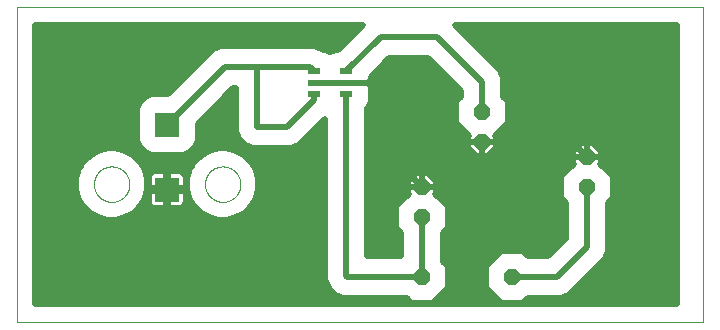
<source format=gtl>
G75*
%MOIN*%
%OFA0B0*%
%FSLAX25Y25*%
%IPPOS*%
%LPD*%
%AMOC8*
5,1,8,0,0,1.08239X$1,22.5*
%
%ADD10C,0.00000*%
%ADD11OC8,0.05200*%
%ADD12R,0.08268X0.08268*%
%ADD13R,0.04331X0.02362*%
%ADD14C,0.02000*%
%ADD15C,0.02978*%
D10*
X0001000Y0001000D02*
X0001000Y0105961D01*
X0229701Y0105961D01*
X0229701Y0001000D01*
X0001000Y0001000D01*
X0026590Y0046984D02*
X0026592Y0047137D01*
X0026598Y0047291D01*
X0026608Y0047444D01*
X0026622Y0047596D01*
X0026640Y0047749D01*
X0026662Y0047900D01*
X0026687Y0048051D01*
X0026717Y0048202D01*
X0026751Y0048352D01*
X0026788Y0048500D01*
X0026829Y0048648D01*
X0026874Y0048794D01*
X0026923Y0048940D01*
X0026976Y0049084D01*
X0027032Y0049226D01*
X0027092Y0049367D01*
X0027156Y0049507D01*
X0027223Y0049645D01*
X0027294Y0049781D01*
X0027369Y0049915D01*
X0027446Y0050047D01*
X0027528Y0050177D01*
X0027612Y0050305D01*
X0027700Y0050431D01*
X0027791Y0050554D01*
X0027885Y0050675D01*
X0027983Y0050793D01*
X0028083Y0050909D01*
X0028187Y0051022D01*
X0028293Y0051133D01*
X0028402Y0051241D01*
X0028514Y0051346D01*
X0028628Y0051447D01*
X0028746Y0051546D01*
X0028865Y0051642D01*
X0028987Y0051735D01*
X0029112Y0051824D01*
X0029239Y0051911D01*
X0029368Y0051993D01*
X0029499Y0052073D01*
X0029632Y0052149D01*
X0029767Y0052222D01*
X0029904Y0052291D01*
X0030043Y0052356D01*
X0030183Y0052418D01*
X0030325Y0052476D01*
X0030468Y0052531D01*
X0030613Y0052582D01*
X0030759Y0052629D01*
X0030906Y0052672D01*
X0031054Y0052711D01*
X0031203Y0052747D01*
X0031353Y0052778D01*
X0031504Y0052806D01*
X0031655Y0052830D01*
X0031808Y0052850D01*
X0031960Y0052866D01*
X0032113Y0052878D01*
X0032266Y0052886D01*
X0032419Y0052890D01*
X0032573Y0052890D01*
X0032726Y0052886D01*
X0032879Y0052878D01*
X0033032Y0052866D01*
X0033184Y0052850D01*
X0033337Y0052830D01*
X0033488Y0052806D01*
X0033639Y0052778D01*
X0033789Y0052747D01*
X0033938Y0052711D01*
X0034086Y0052672D01*
X0034233Y0052629D01*
X0034379Y0052582D01*
X0034524Y0052531D01*
X0034667Y0052476D01*
X0034809Y0052418D01*
X0034949Y0052356D01*
X0035088Y0052291D01*
X0035225Y0052222D01*
X0035360Y0052149D01*
X0035493Y0052073D01*
X0035624Y0051993D01*
X0035753Y0051911D01*
X0035880Y0051824D01*
X0036005Y0051735D01*
X0036127Y0051642D01*
X0036246Y0051546D01*
X0036364Y0051447D01*
X0036478Y0051346D01*
X0036590Y0051241D01*
X0036699Y0051133D01*
X0036805Y0051022D01*
X0036909Y0050909D01*
X0037009Y0050793D01*
X0037107Y0050675D01*
X0037201Y0050554D01*
X0037292Y0050431D01*
X0037380Y0050305D01*
X0037464Y0050177D01*
X0037546Y0050047D01*
X0037623Y0049915D01*
X0037698Y0049781D01*
X0037769Y0049645D01*
X0037836Y0049507D01*
X0037900Y0049367D01*
X0037960Y0049226D01*
X0038016Y0049084D01*
X0038069Y0048940D01*
X0038118Y0048794D01*
X0038163Y0048648D01*
X0038204Y0048500D01*
X0038241Y0048352D01*
X0038275Y0048202D01*
X0038305Y0048051D01*
X0038330Y0047900D01*
X0038352Y0047749D01*
X0038370Y0047596D01*
X0038384Y0047444D01*
X0038394Y0047291D01*
X0038400Y0047137D01*
X0038402Y0046984D01*
X0038400Y0046831D01*
X0038394Y0046677D01*
X0038384Y0046524D01*
X0038370Y0046372D01*
X0038352Y0046219D01*
X0038330Y0046068D01*
X0038305Y0045917D01*
X0038275Y0045766D01*
X0038241Y0045616D01*
X0038204Y0045468D01*
X0038163Y0045320D01*
X0038118Y0045174D01*
X0038069Y0045028D01*
X0038016Y0044884D01*
X0037960Y0044742D01*
X0037900Y0044601D01*
X0037836Y0044461D01*
X0037769Y0044323D01*
X0037698Y0044187D01*
X0037623Y0044053D01*
X0037546Y0043921D01*
X0037464Y0043791D01*
X0037380Y0043663D01*
X0037292Y0043537D01*
X0037201Y0043414D01*
X0037107Y0043293D01*
X0037009Y0043175D01*
X0036909Y0043059D01*
X0036805Y0042946D01*
X0036699Y0042835D01*
X0036590Y0042727D01*
X0036478Y0042622D01*
X0036364Y0042521D01*
X0036246Y0042422D01*
X0036127Y0042326D01*
X0036005Y0042233D01*
X0035880Y0042144D01*
X0035753Y0042057D01*
X0035624Y0041975D01*
X0035493Y0041895D01*
X0035360Y0041819D01*
X0035225Y0041746D01*
X0035088Y0041677D01*
X0034949Y0041612D01*
X0034809Y0041550D01*
X0034667Y0041492D01*
X0034524Y0041437D01*
X0034379Y0041386D01*
X0034233Y0041339D01*
X0034086Y0041296D01*
X0033938Y0041257D01*
X0033789Y0041221D01*
X0033639Y0041190D01*
X0033488Y0041162D01*
X0033337Y0041138D01*
X0033184Y0041118D01*
X0033032Y0041102D01*
X0032879Y0041090D01*
X0032726Y0041082D01*
X0032573Y0041078D01*
X0032419Y0041078D01*
X0032266Y0041082D01*
X0032113Y0041090D01*
X0031960Y0041102D01*
X0031808Y0041118D01*
X0031655Y0041138D01*
X0031504Y0041162D01*
X0031353Y0041190D01*
X0031203Y0041221D01*
X0031054Y0041257D01*
X0030906Y0041296D01*
X0030759Y0041339D01*
X0030613Y0041386D01*
X0030468Y0041437D01*
X0030325Y0041492D01*
X0030183Y0041550D01*
X0030043Y0041612D01*
X0029904Y0041677D01*
X0029767Y0041746D01*
X0029632Y0041819D01*
X0029499Y0041895D01*
X0029368Y0041975D01*
X0029239Y0042057D01*
X0029112Y0042144D01*
X0028987Y0042233D01*
X0028865Y0042326D01*
X0028746Y0042422D01*
X0028628Y0042521D01*
X0028514Y0042622D01*
X0028402Y0042727D01*
X0028293Y0042835D01*
X0028187Y0042946D01*
X0028083Y0043059D01*
X0027983Y0043175D01*
X0027885Y0043293D01*
X0027791Y0043414D01*
X0027700Y0043537D01*
X0027612Y0043663D01*
X0027528Y0043791D01*
X0027446Y0043921D01*
X0027369Y0044053D01*
X0027294Y0044187D01*
X0027223Y0044323D01*
X0027156Y0044461D01*
X0027092Y0044601D01*
X0027032Y0044742D01*
X0026976Y0044884D01*
X0026923Y0045028D01*
X0026874Y0045174D01*
X0026829Y0045320D01*
X0026788Y0045468D01*
X0026751Y0045616D01*
X0026717Y0045766D01*
X0026687Y0045917D01*
X0026662Y0046068D01*
X0026640Y0046219D01*
X0026622Y0046372D01*
X0026608Y0046524D01*
X0026598Y0046677D01*
X0026592Y0046831D01*
X0026590Y0046984D01*
X0063598Y0046984D02*
X0063600Y0047137D01*
X0063606Y0047291D01*
X0063616Y0047444D01*
X0063630Y0047596D01*
X0063648Y0047749D01*
X0063670Y0047900D01*
X0063695Y0048051D01*
X0063725Y0048202D01*
X0063759Y0048352D01*
X0063796Y0048500D01*
X0063837Y0048648D01*
X0063882Y0048794D01*
X0063931Y0048940D01*
X0063984Y0049084D01*
X0064040Y0049226D01*
X0064100Y0049367D01*
X0064164Y0049507D01*
X0064231Y0049645D01*
X0064302Y0049781D01*
X0064377Y0049915D01*
X0064454Y0050047D01*
X0064536Y0050177D01*
X0064620Y0050305D01*
X0064708Y0050431D01*
X0064799Y0050554D01*
X0064893Y0050675D01*
X0064991Y0050793D01*
X0065091Y0050909D01*
X0065195Y0051022D01*
X0065301Y0051133D01*
X0065410Y0051241D01*
X0065522Y0051346D01*
X0065636Y0051447D01*
X0065754Y0051546D01*
X0065873Y0051642D01*
X0065995Y0051735D01*
X0066120Y0051824D01*
X0066247Y0051911D01*
X0066376Y0051993D01*
X0066507Y0052073D01*
X0066640Y0052149D01*
X0066775Y0052222D01*
X0066912Y0052291D01*
X0067051Y0052356D01*
X0067191Y0052418D01*
X0067333Y0052476D01*
X0067476Y0052531D01*
X0067621Y0052582D01*
X0067767Y0052629D01*
X0067914Y0052672D01*
X0068062Y0052711D01*
X0068211Y0052747D01*
X0068361Y0052778D01*
X0068512Y0052806D01*
X0068663Y0052830D01*
X0068816Y0052850D01*
X0068968Y0052866D01*
X0069121Y0052878D01*
X0069274Y0052886D01*
X0069427Y0052890D01*
X0069581Y0052890D01*
X0069734Y0052886D01*
X0069887Y0052878D01*
X0070040Y0052866D01*
X0070192Y0052850D01*
X0070345Y0052830D01*
X0070496Y0052806D01*
X0070647Y0052778D01*
X0070797Y0052747D01*
X0070946Y0052711D01*
X0071094Y0052672D01*
X0071241Y0052629D01*
X0071387Y0052582D01*
X0071532Y0052531D01*
X0071675Y0052476D01*
X0071817Y0052418D01*
X0071957Y0052356D01*
X0072096Y0052291D01*
X0072233Y0052222D01*
X0072368Y0052149D01*
X0072501Y0052073D01*
X0072632Y0051993D01*
X0072761Y0051911D01*
X0072888Y0051824D01*
X0073013Y0051735D01*
X0073135Y0051642D01*
X0073254Y0051546D01*
X0073372Y0051447D01*
X0073486Y0051346D01*
X0073598Y0051241D01*
X0073707Y0051133D01*
X0073813Y0051022D01*
X0073917Y0050909D01*
X0074017Y0050793D01*
X0074115Y0050675D01*
X0074209Y0050554D01*
X0074300Y0050431D01*
X0074388Y0050305D01*
X0074472Y0050177D01*
X0074554Y0050047D01*
X0074631Y0049915D01*
X0074706Y0049781D01*
X0074777Y0049645D01*
X0074844Y0049507D01*
X0074908Y0049367D01*
X0074968Y0049226D01*
X0075024Y0049084D01*
X0075077Y0048940D01*
X0075126Y0048794D01*
X0075171Y0048648D01*
X0075212Y0048500D01*
X0075249Y0048352D01*
X0075283Y0048202D01*
X0075313Y0048051D01*
X0075338Y0047900D01*
X0075360Y0047749D01*
X0075378Y0047596D01*
X0075392Y0047444D01*
X0075402Y0047291D01*
X0075408Y0047137D01*
X0075410Y0046984D01*
X0075408Y0046831D01*
X0075402Y0046677D01*
X0075392Y0046524D01*
X0075378Y0046372D01*
X0075360Y0046219D01*
X0075338Y0046068D01*
X0075313Y0045917D01*
X0075283Y0045766D01*
X0075249Y0045616D01*
X0075212Y0045468D01*
X0075171Y0045320D01*
X0075126Y0045174D01*
X0075077Y0045028D01*
X0075024Y0044884D01*
X0074968Y0044742D01*
X0074908Y0044601D01*
X0074844Y0044461D01*
X0074777Y0044323D01*
X0074706Y0044187D01*
X0074631Y0044053D01*
X0074554Y0043921D01*
X0074472Y0043791D01*
X0074388Y0043663D01*
X0074300Y0043537D01*
X0074209Y0043414D01*
X0074115Y0043293D01*
X0074017Y0043175D01*
X0073917Y0043059D01*
X0073813Y0042946D01*
X0073707Y0042835D01*
X0073598Y0042727D01*
X0073486Y0042622D01*
X0073372Y0042521D01*
X0073254Y0042422D01*
X0073135Y0042326D01*
X0073013Y0042233D01*
X0072888Y0042144D01*
X0072761Y0042057D01*
X0072632Y0041975D01*
X0072501Y0041895D01*
X0072368Y0041819D01*
X0072233Y0041746D01*
X0072096Y0041677D01*
X0071957Y0041612D01*
X0071817Y0041550D01*
X0071675Y0041492D01*
X0071532Y0041437D01*
X0071387Y0041386D01*
X0071241Y0041339D01*
X0071094Y0041296D01*
X0070946Y0041257D01*
X0070797Y0041221D01*
X0070647Y0041190D01*
X0070496Y0041162D01*
X0070345Y0041138D01*
X0070192Y0041118D01*
X0070040Y0041102D01*
X0069887Y0041090D01*
X0069734Y0041082D01*
X0069581Y0041078D01*
X0069427Y0041078D01*
X0069274Y0041082D01*
X0069121Y0041090D01*
X0068968Y0041102D01*
X0068816Y0041118D01*
X0068663Y0041138D01*
X0068512Y0041162D01*
X0068361Y0041190D01*
X0068211Y0041221D01*
X0068062Y0041257D01*
X0067914Y0041296D01*
X0067767Y0041339D01*
X0067621Y0041386D01*
X0067476Y0041437D01*
X0067333Y0041492D01*
X0067191Y0041550D01*
X0067051Y0041612D01*
X0066912Y0041677D01*
X0066775Y0041746D01*
X0066640Y0041819D01*
X0066507Y0041895D01*
X0066376Y0041975D01*
X0066247Y0042057D01*
X0066120Y0042144D01*
X0065995Y0042233D01*
X0065873Y0042326D01*
X0065754Y0042422D01*
X0065636Y0042521D01*
X0065522Y0042622D01*
X0065410Y0042727D01*
X0065301Y0042835D01*
X0065195Y0042946D01*
X0065091Y0043059D01*
X0064991Y0043175D01*
X0064893Y0043293D01*
X0064799Y0043414D01*
X0064708Y0043537D01*
X0064620Y0043663D01*
X0064536Y0043791D01*
X0064454Y0043921D01*
X0064377Y0044053D01*
X0064302Y0044187D01*
X0064231Y0044323D01*
X0064164Y0044461D01*
X0064100Y0044601D01*
X0064040Y0044742D01*
X0063984Y0044884D01*
X0063931Y0045028D01*
X0063882Y0045174D01*
X0063837Y0045320D01*
X0063796Y0045468D01*
X0063759Y0045616D01*
X0063725Y0045766D01*
X0063695Y0045917D01*
X0063670Y0046068D01*
X0063648Y0046219D01*
X0063630Y0046372D01*
X0063616Y0046524D01*
X0063606Y0046677D01*
X0063600Y0046831D01*
X0063598Y0046984D01*
D11*
X0136000Y0046000D03*
X0136000Y0036000D03*
X0136000Y0016000D03*
X0166000Y0016000D03*
X0191000Y0046000D03*
X0191000Y0056000D03*
X0156000Y0061000D03*
X0156000Y0071000D03*
D12*
X0051000Y0066827D03*
X0051000Y0045173D03*
D13*
X0100094Y0077063D03*
X0100094Y0080803D03*
X0100094Y0084543D03*
X0110724Y0084543D03*
X0110724Y0077063D03*
D14*
X0110724Y0016276D01*
X0111000Y0016000D01*
X0136000Y0016000D01*
X0136000Y0036000D01*
X0127400Y0036832D02*
X0117724Y0036832D01*
X0117724Y0038830D02*
X0127400Y0038830D01*
X0127400Y0039562D02*
X0127400Y0032438D01*
X0129000Y0030838D01*
X0129000Y0023000D01*
X0117724Y0023000D01*
X0117724Y0072231D01*
X0117976Y0072483D01*
X0118890Y0074688D01*
X0118890Y0079438D01*
X0118324Y0080803D01*
X0118890Y0082169D01*
X0118890Y0082809D01*
X0125081Y0089000D01*
X0138101Y0089000D01*
X0149000Y0078101D01*
X0149000Y0076162D01*
X0147400Y0074562D01*
X0147400Y0067438D01*
X0151666Y0063172D01*
X0151400Y0062905D01*
X0151400Y0061000D01*
X0156000Y0061000D01*
X0131000Y0061000D01*
X0131000Y0051000D01*
X0136000Y0046000D01*
X0140600Y0046000D01*
X0140600Y0047905D01*
X0137905Y0050600D01*
X0136000Y0050600D01*
X0136000Y0046000D01*
X0136000Y0046000D01*
X0136000Y0046000D01*
X0140600Y0046000D01*
X0140600Y0044095D01*
X0140334Y0043828D01*
X0144600Y0039562D01*
X0144600Y0032438D01*
X0143000Y0030838D01*
X0143000Y0021162D01*
X0144600Y0019562D01*
X0144600Y0012438D01*
X0139562Y0007400D01*
X0132438Y0007400D01*
X0130838Y0009000D01*
X0109608Y0009000D01*
X0107035Y0010066D01*
X0106759Y0010341D01*
X0104790Y0012310D01*
X0103724Y0014883D01*
X0103724Y0068825D01*
X0094965Y0060066D01*
X0092392Y0059000D01*
X0079608Y0059000D01*
X0077035Y0060066D01*
X0075066Y0062035D01*
X0074000Y0064608D01*
X0074000Y0079000D01*
X0073073Y0079000D01*
X0061134Y0067061D01*
X0061134Y0061499D01*
X0060220Y0059294D01*
X0058533Y0057606D01*
X0056327Y0056693D01*
X0045673Y0056693D01*
X0043467Y0057606D01*
X0041780Y0059294D01*
X0040866Y0061499D01*
X0040866Y0072154D01*
X0041780Y0074359D01*
X0043467Y0076047D01*
X0045673Y0076961D01*
X0051234Y0076961D01*
X0064239Y0089965D01*
X0066208Y0091934D01*
X0068781Y0093000D01*
X0100030Y0093000D01*
X0102603Y0091934D01*
X0102813Y0091724D01*
X0103453Y0091724D01*
X0105409Y0090914D01*
X0107366Y0091724D01*
X0108006Y0091724D01*
X0116242Y0099961D01*
X0007000Y0099961D01*
X0007000Y0007000D01*
X0221000Y0007000D01*
X0221000Y0099961D01*
X0146939Y0099961D01*
X0159965Y0086934D01*
X0161934Y0084965D01*
X0163000Y0082392D01*
X0163000Y0076162D01*
X0164600Y0074562D01*
X0164600Y0067438D01*
X0160334Y0063172D01*
X0160600Y0062905D01*
X0160600Y0061000D01*
X0156000Y0061000D01*
X0186000Y0061000D01*
X0191000Y0056000D01*
X0191000Y0056000D01*
X0191000Y0060600D01*
X0192905Y0060600D01*
X0195600Y0057905D01*
X0195600Y0056000D01*
X0191000Y0056000D01*
X0191000Y0056000D01*
X0191000Y0056000D01*
X0186400Y0056000D01*
X0186400Y0057905D01*
X0189095Y0060600D01*
X0191000Y0060600D01*
X0191000Y0056000D01*
X0195600Y0056000D01*
X0195600Y0054095D01*
X0195334Y0053828D01*
X0199600Y0049562D01*
X0199600Y0042438D01*
X0198000Y0040838D01*
X0198000Y0024608D01*
X0196934Y0022035D01*
X0186934Y0012035D01*
X0184965Y0010066D01*
X0182392Y0009000D01*
X0171162Y0009000D01*
X0169562Y0007400D01*
X0162438Y0007400D01*
X0157400Y0012438D01*
X0157400Y0019562D01*
X0162438Y0024600D01*
X0169562Y0024600D01*
X0171162Y0023000D01*
X0178101Y0023000D01*
X0184000Y0028899D01*
X0184000Y0040838D01*
X0182400Y0042438D01*
X0182400Y0049562D01*
X0186666Y0053828D01*
X0186400Y0054095D01*
X0186400Y0056000D01*
X0191000Y0056000D01*
X0191000Y0056817D02*
X0191000Y0056817D01*
X0191000Y0058815D02*
X0191000Y0058815D01*
X0187310Y0058815D02*
X0160321Y0058815D01*
X0160600Y0059095D02*
X0160600Y0061000D01*
X0156000Y0061000D01*
X0156000Y0061000D01*
X0156000Y0056400D01*
X0157905Y0056400D01*
X0160600Y0059095D01*
X0160600Y0060814D02*
X0221000Y0060814D01*
X0221000Y0062812D02*
X0160600Y0062812D01*
X0161973Y0064811D02*
X0221000Y0064811D01*
X0221000Y0066809D02*
X0163972Y0066809D01*
X0164600Y0068808D02*
X0221000Y0068808D01*
X0221000Y0070806D02*
X0164600Y0070806D01*
X0164600Y0072805D02*
X0221000Y0072805D01*
X0221000Y0074803D02*
X0164359Y0074803D01*
X0163000Y0076802D02*
X0221000Y0076802D01*
X0221000Y0078801D02*
X0163000Y0078801D01*
X0163000Y0080799D02*
X0221000Y0080799D01*
X0221000Y0082798D02*
X0162832Y0082798D01*
X0162004Y0084796D02*
X0221000Y0084796D01*
X0221000Y0086795D02*
X0160105Y0086795D01*
X0158106Y0088793D02*
X0221000Y0088793D01*
X0221000Y0090792D02*
X0156108Y0090792D01*
X0154109Y0092790D02*
X0221000Y0092790D01*
X0221000Y0094789D02*
X0152111Y0094789D01*
X0150112Y0096787D02*
X0221000Y0096787D01*
X0221000Y0098786D02*
X0148114Y0098786D01*
X0141000Y0096000D02*
X0156000Y0081000D01*
X0156000Y0071000D01*
X0147400Y0070806D02*
X0117724Y0070806D01*
X0117724Y0068808D02*
X0147400Y0068808D01*
X0148028Y0066809D02*
X0117724Y0066809D01*
X0117724Y0064811D02*
X0150027Y0064811D01*
X0151400Y0062812D02*
X0117724Y0062812D01*
X0117724Y0060814D02*
X0151400Y0060814D01*
X0151400Y0061000D02*
X0151400Y0059095D01*
X0154095Y0056400D01*
X0156000Y0056400D01*
X0156000Y0061000D01*
X0156000Y0061000D01*
X0156000Y0061000D01*
X0151400Y0061000D01*
X0156000Y0060814D02*
X0156000Y0060814D01*
X0156000Y0058815D02*
X0156000Y0058815D01*
X0156000Y0056817D02*
X0156000Y0056817D01*
X0158322Y0056817D02*
X0186400Y0056817D01*
X0186400Y0054818D02*
X0117724Y0054818D01*
X0117724Y0052820D02*
X0185658Y0052820D01*
X0183659Y0050821D02*
X0117724Y0050821D01*
X0117724Y0048823D02*
X0132317Y0048823D01*
X0131400Y0047905D02*
X0131400Y0046000D01*
X0136000Y0046000D01*
X0136000Y0046000D01*
X0136000Y0050600D01*
X0134095Y0050600D01*
X0131400Y0047905D01*
X0131400Y0046824D02*
X0117724Y0046824D01*
X0117724Y0044826D02*
X0131400Y0044826D01*
X0131400Y0044095D02*
X0131666Y0043828D01*
X0127400Y0039562D01*
X0128667Y0040829D02*
X0117724Y0040829D01*
X0117724Y0042827D02*
X0130665Y0042827D01*
X0131400Y0044095D02*
X0131400Y0046000D01*
X0136000Y0046000D01*
X0136000Y0046824D02*
X0136000Y0046824D01*
X0136000Y0048823D02*
X0136000Y0048823D01*
X0139683Y0048823D02*
X0182400Y0048823D01*
X0182400Y0046824D02*
X0140600Y0046824D01*
X0140600Y0044826D02*
X0182400Y0044826D01*
X0182400Y0042827D02*
X0141335Y0042827D01*
X0143333Y0040829D02*
X0184000Y0040829D01*
X0184000Y0038830D02*
X0144600Y0038830D01*
X0144600Y0036832D02*
X0184000Y0036832D01*
X0184000Y0034833D02*
X0144600Y0034833D01*
X0144600Y0032835D02*
X0184000Y0032835D01*
X0184000Y0030836D02*
X0143000Y0030836D01*
X0143000Y0028838D02*
X0183938Y0028838D01*
X0181940Y0026839D02*
X0143000Y0026839D01*
X0143000Y0024841D02*
X0179941Y0024841D01*
X0181000Y0016000D02*
X0191000Y0026000D01*
X0191000Y0046000D01*
X0199600Y0046824D02*
X0221000Y0046824D01*
X0221000Y0044826D02*
X0199600Y0044826D01*
X0199600Y0042827D02*
X0221000Y0042827D01*
X0221000Y0040829D02*
X0198000Y0040829D01*
X0198000Y0038830D02*
X0221000Y0038830D01*
X0221000Y0036832D02*
X0198000Y0036832D01*
X0198000Y0034833D02*
X0221000Y0034833D01*
X0221000Y0032835D02*
X0198000Y0032835D01*
X0198000Y0030836D02*
X0221000Y0030836D01*
X0221000Y0028838D02*
X0198000Y0028838D01*
X0198000Y0026839D02*
X0221000Y0026839D01*
X0221000Y0024841D02*
X0198000Y0024841D01*
X0197269Y0022842D02*
X0221000Y0022842D01*
X0221000Y0020844D02*
X0195743Y0020844D01*
X0193745Y0018845D02*
X0221000Y0018845D01*
X0221000Y0016847D02*
X0191746Y0016847D01*
X0189748Y0014848D02*
X0221000Y0014848D01*
X0221000Y0012850D02*
X0187749Y0012850D01*
X0185751Y0010851D02*
X0221000Y0010851D01*
X0221000Y0008853D02*
X0171015Y0008853D01*
X0160985Y0008853D02*
X0141015Y0008853D01*
X0143013Y0010851D02*
X0158987Y0010851D01*
X0157400Y0012850D02*
X0144600Y0012850D01*
X0144600Y0014848D02*
X0157400Y0014848D01*
X0157400Y0016847D02*
X0144600Y0016847D01*
X0144600Y0018845D02*
X0157400Y0018845D01*
X0158681Y0020844D02*
X0143319Y0020844D01*
X0143000Y0022842D02*
X0160680Y0022842D01*
X0166000Y0016000D02*
X0181000Y0016000D01*
X0130985Y0008853D02*
X0007000Y0008853D01*
X0007000Y0010851D02*
X0106249Y0010851D01*
X0104567Y0012850D02*
X0007000Y0012850D01*
X0007000Y0014848D02*
X0103739Y0014848D01*
X0103724Y0016847D02*
X0007000Y0016847D01*
X0007000Y0018845D02*
X0103724Y0018845D01*
X0103724Y0020844D02*
X0007000Y0020844D01*
X0007000Y0022842D02*
X0103724Y0022842D01*
X0103724Y0024841D02*
X0007000Y0024841D01*
X0007000Y0026839D02*
X0103724Y0026839D01*
X0103724Y0028838D02*
X0007000Y0028838D01*
X0007000Y0030836D02*
X0103724Y0030836D01*
X0103724Y0032835D02*
X0007000Y0032835D01*
X0007000Y0034833D02*
X0103724Y0034833D01*
X0103724Y0036832D02*
X0075730Y0036832D01*
X0076814Y0037457D02*
X0074099Y0035890D01*
X0071071Y0035079D01*
X0067937Y0035079D01*
X0064909Y0035890D01*
X0062194Y0037457D01*
X0059977Y0039674D01*
X0058410Y0042389D01*
X0057598Y0045417D01*
X0057598Y0048552D01*
X0058410Y0051580D01*
X0059977Y0054294D01*
X0062194Y0056511D01*
X0064909Y0058078D01*
X0067937Y0058890D01*
X0071071Y0058890D01*
X0074099Y0058078D01*
X0076814Y0056511D01*
X0079031Y0054294D01*
X0080598Y0051580D01*
X0081409Y0048552D01*
X0081409Y0045417D01*
X0080598Y0042389D01*
X0079031Y0039674D01*
X0076814Y0037457D01*
X0078187Y0038830D02*
X0103724Y0038830D01*
X0103724Y0040829D02*
X0079697Y0040829D01*
X0080716Y0042827D02*
X0103724Y0042827D01*
X0103724Y0044826D02*
X0081251Y0044826D01*
X0081409Y0046824D02*
X0103724Y0046824D01*
X0103724Y0048823D02*
X0081337Y0048823D01*
X0080801Y0050821D02*
X0103724Y0050821D01*
X0103724Y0052820D02*
X0079882Y0052820D01*
X0078507Y0054818D02*
X0103724Y0054818D01*
X0103724Y0056817D02*
X0076284Y0056817D01*
X0076287Y0060814D02*
X0060850Y0060814D01*
X0061134Y0062812D02*
X0074744Y0062812D01*
X0074000Y0064811D02*
X0061134Y0064811D01*
X0061134Y0066809D02*
X0074000Y0066809D01*
X0074000Y0068808D02*
X0062881Y0068808D01*
X0064879Y0070806D02*
X0074000Y0070806D01*
X0074000Y0072805D02*
X0066878Y0072805D01*
X0068876Y0074803D02*
X0074000Y0074803D01*
X0074000Y0076802D02*
X0070875Y0076802D01*
X0072873Y0078801D02*
X0074000Y0078801D01*
X0070173Y0086000D02*
X0081000Y0086000D01*
X0081000Y0066000D01*
X0091000Y0066000D01*
X0100094Y0075094D01*
X0100094Y0077063D01*
X0100094Y0080803D02*
X0130803Y0080803D01*
X0131000Y0081000D01*
X0131000Y0061000D01*
X0117724Y0058815D02*
X0151679Y0058815D01*
X0153678Y0056817D02*
X0117724Y0056817D01*
X0103724Y0058815D02*
X0071349Y0058815D01*
X0067659Y0058815D02*
X0059742Y0058815D01*
X0062724Y0056817D02*
X0056627Y0056817D01*
X0060501Y0054818D02*
X0041499Y0054818D01*
X0042023Y0054294D02*
X0039806Y0056511D01*
X0037091Y0058078D01*
X0034063Y0058890D01*
X0030929Y0058890D01*
X0027901Y0058078D01*
X0025186Y0056511D01*
X0022969Y0054294D01*
X0021402Y0051580D01*
X0020591Y0048552D01*
X0020591Y0045417D01*
X0021402Y0042389D01*
X0022969Y0039674D01*
X0025186Y0037457D01*
X0027901Y0035890D01*
X0030929Y0035079D01*
X0034063Y0035079D01*
X0037091Y0035890D01*
X0039806Y0037457D01*
X0042023Y0039674D01*
X0043590Y0042389D01*
X0044402Y0045417D01*
X0044402Y0048552D01*
X0043590Y0051580D01*
X0042023Y0054294D01*
X0042874Y0052820D02*
X0059126Y0052820D01*
X0058207Y0050821D02*
X0056448Y0050821D01*
X0056362Y0050907D02*
X0055906Y0051171D01*
X0055397Y0051307D01*
X0051378Y0051307D01*
X0051378Y0045551D01*
X0057134Y0045551D01*
X0057134Y0049570D01*
X0056998Y0050079D01*
X0056734Y0050535D01*
X0056362Y0050907D01*
X0057134Y0048823D02*
X0057671Y0048823D01*
X0057598Y0046824D02*
X0057134Y0046824D01*
X0057134Y0044795D02*
X0051378Y0044795D01*
X0051378Y0039039D01*
X0055397Y0039039D01*
X0055906Y0039176D01*
X0056362Y0039439D01*
X0056734Y0039811D01*
X0056998Y0040267D01*
X0057134Y0040776D01*
X0057134Y0044795D01*
X0057757Y0044826D02*
X0051378Y0044826D01*
X0051378Y0044795D02*
X0051378Y0045551D01*
X0050622Y0045551D01*
X0050622Y0044795D01*
X0051378Y0044795D01*
X0050622Y0044795D02*
X0050622Y0039039D01*
X0046603Y0039039D01*
X0046094Y0039176D01*
X0045638Y0039439D01*
X0045266Y0039811D01*
X0045002Y0040267D01*
X0044866Y0040776D01*
X0044866Y0044795D01*
X0050622Y0044795D01*
X0050622Y0044826D02*
X0044243Y0044826D01*
X0044866Y0045551D02*
X0050622Y0045551D01*
X0050622Y0051307D01*
X0046603Y0051307D01*
X0046094Y0051171D01*
X0045638Y0050907D01*
X0045266Y0050535D01*
X0045002Y0050079D01*
X0044866Y0049570D01*
X0044866Y0045551D01*
X0044866Y0046824D02*
X0044402Y0046824D01*
X0044329Y0048823D02*
X0044866Y0048823D01*
X0045552Y0050821D02*
X0043793Y0050821D01*
X0050622Y0050821D02*
X0051378Y0050821D01*
X0051378Y0048823D02*
X0050622Y0048823D01*
X0050622Y0046824D02*
X0051378Y0046824D01*
X0051378Y0042827D02*
X0050622Y0042827D01*
X0050622Y0040829D02*
X0051378Y0040829D01*
X0057134Y0040829D02*
X0059310Y0040829D01*
X0058292Y0042827D02*
X0057134Y0042827D01*
X0060821Y0038830D02*
X0041179Y0038830D01*
X0042689Y0040829D02*
X0044866Y0040829D01*
X0044866Y0042827D02*
X0043708Y0042827D01*
X0038722Y0036832D02*
X0063277Y0036832D01*
X0026270Y0036832D02*
X0007000Y0036832D01*
X0007000Y0038830D02*
X0023813Y0038830D01*
X0022303Y0040829D02*
X0007000Y0040829D01*
X0007000Y0042827D02*
X0021284Y0042827D01*
X0020749Y0044826D02*
X0007000Y0044826D01*
X0007000Y0046824D02*
X0020591Y0046824D01*
X0020663Y0048823D02*
X0007000Y0048823D01*
X0007000Y0050821D02*
X0021199Y0050821D01*
X0022118Y0052820D02*
X0007000Y0052820D01*
X0007000Y0054818D02*
X0023493Y0054818D01*
X0025716Y0056817D02*
X0007000Y0056817D01*
X0007000Y0058815D02*
X0030651Y0058815D01*
X0034341Y0058815D02*
X0042258Y0058815D01*
X0039276Y0056817D02*
X0045373Y0056817D01*
X0041150Y0060814D02*
X0007000Y0060814D01*
X0007000Y0062812D02*
X0040866Y0062812D01*
X0040866Y0064811D02*
X0007000Y0064811D01*
X0007000Y0066809D02*
X0040866Y0066809D01*
X0040866Y0068808D02*
X0007000Y0068808D01*
X0007000Y0070806D02*
X0040866Y0070806D01*
X0041136Y0072805D02*
X0007000Y0072805D01*
X0007000Y0074803D02*
X0042224Y0074803D01*
X0045290Y0076802D02*
X0007000Y0076802D01*
X0007000Y0078801D02*
X0053074Y0078801D01*
X0055073Y0080799D02*
X0007000Y0080799D01*
X0007000Y0082798D02*
X0057071Y0082798D01*
X0059070Y0084796D02*
X0007000Y0084796D01*
X0007000Y0086795D02*
X0061068Y0086795D01*
X0063067Y0088793D02*
X0007000Y0088793D01*
X0007000Y0090792D02*
X0065065Y0090792D01*
X0068274Y0092790D02*
X0007000Y0092790D01*
X0007000Y0094789D02*
X0111070Y0094789D01*
X0113069Y0096787D02*
X0007000Y0096787D01*
X0007000Y0098786D02*
X0115067Y0098786D01*
X0122181Y0096000D02*
X0141000Y0096000D01*
X0138307Y0088793D02*
X0124874Y0088793D01*
X0122875Y0086795D02*
X0140306Y0086795D01*
X0142304Y0084796D02*
X0120877Y0084796D01*
X0118890Y0082798D02*
X0144303Y0082798D01*
X0146301Y0080799D02*
X0118326Y0080799D01*
X0118890Y0078801D02*
X0148300Y0078801D01*
X0149000Y0076802D02*
X0118890Y0076802D01*
X0118890Y0074803D02*
X0147641Y0074803D01*
X0147400Y0072805D02*
X0118110Y0072805D01*
X0103724Y0068808D02*
X0103707Y0068808D01*
X0103724Y0066809D02*
X0101709Y0066809D01*
X0099710Y0064811D02*
X0103724Y0064811D01*
X0103724Y0062812D02*
X0097712Y0062812D01*
X0095713Y0060814D02*
X0103724Y0060814D01*
X0070173Y0086000D02*
X0051000Y0066827D01*
X0081000Y0086000D02*
X0098638Y0086000D01*
X0100094Y0084543D01*
X0110724Y0084543D02*
X0122181Y0096000D01*
X0109072Y0092790D02*
X0100537Y0092790D01*
X0194690Y0058815D02*
X0221000Y0058815D01*
X0221000Y0056817D02*
X0195600Y0056817D01*
X0195600Y0054818D02*
X0221000Y0054818D01*
X0221000Y0052820D02*
X0196342Y0052820D01*
X0198341Y0050821D02*
X0221000Y0050821D01*
X0221000Y0048823D02*
X0199600Y0048823D01*
X0129000Y0030836D02*
X0117724Y0030836D01*
X0117724Y0028838D02*
X0129000Y0028838D01*
X0129000Y0026839D02*
X0117724Y0026839D01*
X0117724Y0024841D02*
X0129000Y0024841D01*
X0127400Y0032835D02*
X0117724Y0032835D01*
X0117724Y0034833D02*
X0127400Y0034833D01*
D15*
X0131000Y0061000D03*
M02*

</source>
